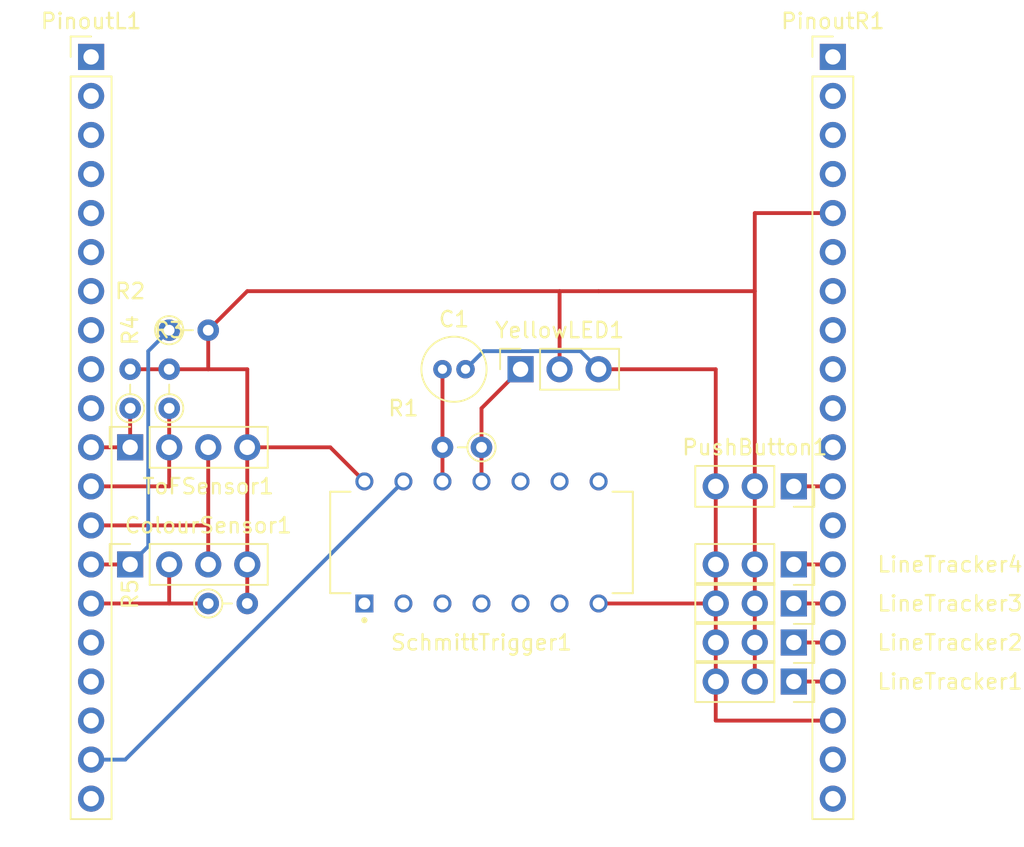
<source format=kicad_pcb>
(kicad_pcb (version 20241229) (generator "pcbnew") (generator_version "9.0")
  (layers (0 "F.Cu" signal) (2 "B.Cu" signal) (13 "F.Paste" user) (15 "B.Paste" user) (5 "F.SilkS" user "F.Silkscreen") (7 "B.SilkS" user "B.Silkscreen") (1 "F.Mask" user) (3 "B.Mask" user) (25 "Edge.Cuts" user))
  (net 0 "")
  (net 1 "GND")
  (net 2 "/3V3_EN")
  (net 3 "/GPIO9")
  (net 4 "/GPIO17")
  (net 5 "/GPIO13")
  (net 6 "/GPIO8")
  (net 7 "/GPIO0")
  (net 8 "/GPIO16")
  (net 9 "/GPIO1")
  (net 10 "/GPIO5")
  (net 11 "/GPIO27")
  (net 12 "/GPIO18")
  (net 14 "/GPIO2")
  (net 15 "/GPIO12")
  (net 16 "/GPIO19")
  (net 17 "/GPIO11")
  (net 18 "/GPIO15")
  (net 19 "/GPIO6")
  (net 20 "/RUN")
  (net 21 "/VBUS")
  (net 22 "/GPIO26")
  (net 23 "/ADC_VREF")
  (net 24 "/GPIO28")
  (net 25 "/GPIO22")
  (net 26 "/GPIO7")
  (net 27 "/GPIO10")
  (net 28 "/GPIO3")
  (net 29 "/3V3(OUT)")
  (net 30 "/GPIO14")
  (net 31 "/GPIO20")
  (net 32 "/GPIO21")
  (net 33 "/VSYS")
  (net 34 "/Input")
  (net 35 "/MOTOR DRIV2. DIR1")
  (net 36 "/Output")
  (footprint "Resistor_THT:R_Axial_DIN0204_L3.6mm_D1.6mm_P2.54mm_Vertical" (layer "F.Cu") (at 7.62 45.72)
    (property "Reference" "R4" (at -2.54 0 90) (layer "F.SilkS"))
    (property "Value" "4.7k")
    (fp_line (start 0.92 0) (end 1.54 0) (stroke (width 0.12)) (layer "F.SilkS"))
    (fp_circle (center 0 0) (end 0.92 0) (stroke (width 0.12)) (fill no) (layer "F.SilkS"))
    (pad "1" thru_hole circle (at 0 0) (size 1.4 1.4) (drill 0.7) (layers "*.Cu" "*.Mask") (net 27 "/GPIO10"))
    (pad "2" thru_hole oval (at 2.54 0) (size 1.4 1.4) (drill 0.7) (layers "*.Cu" "*.Mask") (net 29 "/3V3(OUT)"))
  )
  (footprint "Connector_PinSocket_2.54mm:PinSocket_1x03_P2.54mm_Vertical" (layer "F.Cu") (at 48.26 68.58 -90)
    (property "Reference" "LineTracker1" (at 0 -10.16 180) (layer "F.SilkS"))
    (property "Value" "Conn_01x03_Pin")
    (fp_line (start -1.33 6.41) (end 1.33 6.41) (stroke (width 0.12)) (layer "F.SilkS"))
    (fp_line (start -1.33 1.27) (end -1.33 6.41) (stroke (width 0.12)) (layer "F.SilkS"))
    (fp_line (start -1.33 1.27) (end 1.33 1.27) (stroke (width 0.12)) (layer "F.SilkS"))
    (fp_line (start 1.33 1.27) (end 1.33 6.41) (stroke (width 0.12)) (layer "F.SilkS"))
    (fp_line (start 0 -1.33) (end 1.33 -1.33) (stroke (width 0.12)) (layer "F.SilkS"))
    (fp_line (start 1.33 -1.33) (end 1.33 0) (stroke (width 0.12)) (layer "F.SilkS"))
    (pad "1" thru_hole rect (at 0 0 270) (size 1.7 1.7) (drill 1) (layers "*.Cu" "*.Mask") (net 12 "/GPIO18"))
    (pad "2" thru_hole oval (at 0 2.54 270) (size 1.7 1.7) (drill 1) (layers "*.Cu" "*.Mask") (net 29 "/3V3(OUT)"))
    (pad "3" thru_hole oval (at 0 5.08 270) (size 1.7 1.7) (drill 1) (layers "*.Cu" "*.Mask") (net 1 "GND"))
  )
  (footprint "Connector_PinSocket_2.54mm:PinSocket_1x03_P2.54mm_Vertical" (layer "F.Cu") (at 30.48 48.26 90)
    (property "Reference" "YellowLED1" (at 2.54 2.54 180) (layer "F.SilkS"))
    (property "Value" "Conn_01x03_Pin")
    (fp_line (start 1.33 -1.33) (end 1.33 0) (stroke (width 0.12)) (layer "F.SilkS"))
    (fp_line (start 0 -1.33) (end 1.33 -1.33) (stroke (width 0.12)) (layer "F.SilkS"))
    (fp_line (start 1.33 1.27) (end 1.33 6.41) (stroke (width 0.12)) (layer "F.SilkS"))
    (fp_line (start -1.33 1.27) (end 1.33 1.27) (stroke (width 0.12)) (layer "F.SilkS"))
    (fp_line (start -1.33 1.27) (end -1.33 6.41) (stroke (width 0.12)) (layer "F.SilkS"))
    (fp_line (start -1.33 6.41) (end 1.33 6.41) (stroke (width 0.12)) (layer "F.SilkS"))
    (pad "1" thru_hole rect (at 0 0 90) (size 1.7 1.7) (drill 1) (layers "*.Cu" "*.Mask") (net 36 "/Output"))
    (pad "2" thru_hole oval (at 0 2.54 90) (size 1.7 1.7) (drill 1) (layers "*.Cu" "*.Mask") (net 29 "/3V3(OUT)"))
    (pad "3" thru_hole oval (at 0 5.08 90) (size 1.7 1.7) (drill 1) (layers "*.Cu" "*.Mask") (net 1 "GND"))
  )
  (footprint "Connector_PinSocket_2.54mm:PinSocket_1x03_P2.54mm_Vertical" (layer "F.Cu") (at 48.26 55.88 -90)
    (property "Reference" "PushButton1" (at -2.54 2.54 180) (layer "F.SilkS"))
    (property "Value" "Conn_01x03_Pin")
    (fp_line (start -1.33 6.41) (end 1.33 6.41) (stroke (width 0.12)) (layer "F.SilkS"))
    (fp_line (start -1.33 1.27) (end -1.33 6.41) (stroke (width 0.12)) (layer "F.SilkS"))
    (fp_line (start -1.33 1.27) (end 1.33 1.27) (stroke (width 0.12)) (layer "F.SilkS"))
    (fp_line (start 1.33 1.27) (end 1.33 6.41) (stroke (width 0.12)) (layer "F.SilkS"))
    (fp_line (start 0 -1.33) (end 1.33 -1.33) (stroke (width 0.12)) (layer "F.SilkS"))
    (fp_line (start 1.33 -1.33) (end 1.33 0) (stroke (width 0.12)) (layer "F.SilkS"))
    (pad "1" thru_hole rect (at 0 0 270) (size 1.7 1.7) (drill 1) (layers "*.Cu" "*.Mask") (net 25 "/GPIO22"))
    (pad "2" thru_hole oval (at 0 2.54 270) (size 1.7 1.7) (drill 1) (layers "*.Cu" "*.Mask") (net 29 "/3V3(OUT)"))
    (pad "3" thru_hole oval (at 0 5.08 270) (size 1.7 1.7) (drill 1) (layers "*.Cu" "*.Mask") (net 1 "GND"))
  )
  (footprint "Connector_PinSocket_2.54mm:PinSocket_1x04_P2.54mm_Vertical" (layer "F.Cu") (at 5.08 60.96 90)
    (property "Reference" "ColourSensor1" (at 2.54 5.08 180) (layer "F.SilkS"))
    (property "Value" "Conn_01x04_Pin")
    (fp_line (start 1.33 -1.33) (end 1.33 0) (stroke (width 0.12)) (layer "F.SilkS"))
    (fp_line (start 0 -1.33) (end 1.33 -1.33) (stroke (width 0.12)) (layer "F.SilkS"))
    (fp_line (start 1.33 1.27) (end 1.33 8.95) (stroke (width 0.12)) (layer "F.SilkS"))
    (fp_line (start -1.33 1.27) (end 1.33 1.27) (stroke (width 0.12)) (layer "F.SilkS"))
    (fp_line (start -1.33 1.27) (end -1.33 8.95) (stroke (width 0.12)) (layer "F.SilkS"))
    (fp_line (start -1.33 8.95) (end 1.33 8.95) (stroke (width 0.12)) (layer "F.SilkS"))
    (pad "1" thru_hole rect (at 0 0 90) (size 1.7 1.7) (drill 1) (layers "*.Cu" "*.Mask") (net 27 "/GPIO10"))
    (pad "2" thru_hole oval (at 0 2.54 90) (size 1.7 1.7) (drill 1) (layers "*.Cu" "*.Mask") (net 17 "/GPIO11"))
    (pad "3" thru_hole oval (at 0 5.08 90) (size 1.7 1.7) (drill 1) (layers "*.Cu" "*.Mask") (net 1 "GND"))
    (pad "4" thru_hole oval (at 0 7.62 90) (size 1.7 1.7) (drill 1) (layers "*.Cu" "*.Mask") (net 29 "/3V3(OUT)"))
  )
  (footprint "Connector_PinHeader_2.54mm:PinHeader_1x20_P2.54mm_Vertical" (layer "F.Cu") (at 2.54 27.94)
    (property "Reference" "PinoutL1" (at 0 -2.33 0) (layer "F.SilkS"))
    (property "Value" "Conn_01x20")
    (fp_line (start -1.33 -1.33) (end 0 -1.33) (stroke (width 0.12)) (layer "F.SilkS"))
    (fp_line (start -1.33 0) (end -1.33 -1.33) (stroke (width 0.12)) (layer "F.SilkS"))
    (fp_line (start -1.33 1.27) (end -1.33 49.59) (stroke (width 0.12)) (layer "F.SilkS"))
    (fp_line (start -1.33 1.27) (end 1.33 1.27) (stroke (width 0.12)) (layer "F.SilkS"))
    (fp_line (start -1.33 49.59) (end 1.33 49.59) (stroke (width 0.12)) (layer "F.SilkS"))
    (fp_line (start 1.33 1.27) (end 1.33 49.59) (stroke (width 0.12)) (layer "F.SilkS"))
    (pad "1" thru_hole rect (at 0 0) (size 1.7 1.7) (drill 1) (layers "*.Cu" "*.Mask") (net 7 "/GPIO0"))
    (pad "2" thru_hole oval (at 0 2.54) (size 1.7 1.7) (drill 1) (layers "*.Cu" "*.Mask") (net 9 "/GPIO1"))
    (pad "3" thru_hole oval (at 0 5.08) (size 1.7 1.7) (drill 1) (layers "*.Cu" "*.Mask") (net 1 "GND"))
    (pad "4" thru_hole oval (at 0 7.62) (size 1.7 1.7) (drill 1) (layers "*.Cu" "*.Mask") (net 14 "/GPIO2"))
    (pad "5" thru_hole oval (at 0 10.16) (size 1.7 1.7) (drill 1) (layers "*.Cu" "*.Mask") (net 28 "/GPIO3"))
    (pad "6" thru_hole oval (at 0 12.7) (size 1.7 1.7) (drill 1) (layers "*.Cu" "*.Mask") (net 35 "/MOTOR DRIV2. DIR1"))
    (pad "7" thru_hole oval (at 0 15.24) (size 1.7 1.7) (drill 1) (layers "*.Cu" "*.Mask") (net 10 "/GPIO5"))
    (pad "8" thru_hole oval (at 0 17.78) (size 1.7 1.7) (drill 1) (layers "*.Cu" "*.Mask") (net 1 "GND"))
    (pad "9" thru_hole oval (at 0 20.32) (size 1.7 1.7) (drill 1) (layers "*.Cu" "*.Mask") (net 19 "/GPIO6"))
    (pad "10" thru_hole oval (at 0 22.86) (size 1.7 1.7) (drill 1) (layers "*.Cu" "*.Mask") (net 26 "/GPIO7"))
    (pad "11" thru_hole oval (at 0 25.4) (size 1.7 1.7) (drill 1) (layers "*.Cu" "*.Mask") (net 6 "/GPIO8"))
    (pad "12" thru_hole oval (at 0 27.94) (size 1.7 1.7) (drill 1) (layers "*.Cu" "*.Mask") (net 3 "/GPIO9"))
    (pad "13" thru_hole oval (at 0 30.48) (size 1.7 1.7) (drill 1) (layers "*.Cu" "*.Mask") (net 1 "GND"))
    (pad "14" thru_hole oval (at 0 33.02) (size 1.7 1.7) (drill 1) (layers "*.Cu" "*.Mask") (net 27 "/GPIO10"))
    (pad "15" thru_hole oval (at 0 35.56) (size 1.7 1.7) (drill 1) (layers "*.Cu" "*.Mask") (net 17 "/GPIO11"))
    (pad "16" thru_hole oval (at 0 38.1) (size 1.7 1.7) (drill 1) (layers "*.Cu" "*.Mask") (net 15 "/GPIO12"))
    (pad "17" thru_hole oval (at 0 40.64) (size 1.7 1.7) (drill 1) (layers "*.Cu" "*.Mask") (net 5 "/GPIO13"))
    (pad "18" thru_hole oval (at 0 43.18) (size 1.7 1.7) (drill 1) (layers "*.Cu" "*.Mask") (net 1 "GND"))
    (pad "19" thru_hole oval (at 0 45.72) (size 1.7 1.7) (drill 1) (layers "*.Cu" "*.Mask") (net 30 "/GPIO14"))
    (pad "20" thru_hole oval (at 0 48.26) (size 1.7 1.7) (drill 1) (layers "*.Cu" "*.Mask") (net 18 "/GPIO15"))
  )
  (footprint "Connector_PinSocket_2.54mm:PinSocket_1x03_P2.54mm_Vertical" (layer "F.Cu") (at 48.26 60.96 -90)
    (property "Reference" "LineTracker4" (at 0 -10.16 180) (layer "F.SilkS"))
    (property "Value" "Conn_01x03_Pin")
    (fp_line (start -1.33 6.41) (end 1.33 6.41) (stroke (width 0.12)) (layer "F.SilkS"))
    (fp_line (start -1.33 1.27) (end -1.33 6.41) (stroke (width 0.12)) (layer "F.SilkS"))
    (fp_line (start -1.33 1.27) (end 1.33 1.27) (stroke (width 0.12)) (layer "F.SilkS"))
    (fp_line (start 1.33 1.27) (end 1.33 6.41) (stroke (width 0.12)) (layer "F.SilkS"))
    (fp_line (start 0 -1.33) (end 1.33 -1.33) (stroke (width 0.12)) (layer "F.SilkS"))
    (fp_line (start 1.33 -1.33) (end 1.33 0) (stroke (width 0.12)) (layer "F.SilkS"))
    (pad "1" thru_hole rect (at 0 0 270) (size 1.7 1.7) (drill 1) (layers "*.Cu" "*.Mask") (net 32 "/GPIO21"))
    (pad "2" thru_hole oval (at 0 2.54 270) (size 1.7 1.7) (drill 1) (layers "*.Cu" "*.Mask") (net 29 "/3V3(OUT)"))
    (pad "3" thru_hole oval (at 0 5.08 270) (size 1.7 1.7) (drill 1) (layers "*.Cu" "*.Mask") (net 1 "GND"))
  )
  (footprint "Resistor_THT:R_Axial_DIN0204_L3.6mm_D1.6mm_P2.54mm_Vertical" (layer "F.Cu") (at 5.08 50.8 90)
    (property "Reference" "R2" (at 7.62 0 180) (layer "F.SilkS"))
    (property "Value" "4.7k")
    (fp_line (start 0.92 0) (end 1.54 0) (stroke (width 0.12)) (layer "F.SilkS"))
    (fp_circle (center 0 0) (end 0.92 0) (stroke (width 0.12)) (fill no) (layer "F.SilkS"))
    (pad "1" thru_hole circle (at 0 0 90) (size 1.4 1.4) (drill 0.7) (layers "*.Cu" "*.Mask") (net 6 "/GPIO8"))
    (pad "2" thru_hole oval (at 2.54 0 90) (size 1.4 1.4) (drill 0.7) (layers "*.Cu" "*.Mask") (net 29 "/3V3(OUT)"))
  )
  (footprint "Connector_PinSocket_2.54mm:PinSocket_1x04_P2.54mm_Vertical" (layer "F.Cu") (at 5.08 53.34 90)
    (property "Reference" "ToFSensor1" (at -2.54 5.08 180) (layer "F.SilkS"))
    (property "Value" "Conn_01x04_Pin")
    (fp_line (start 1.33 -1.33) (end 1.33 0) (stroke (width 0.12)) (layer "F.SilkS"))
    (fp_line (start 0 -1.33) (end 1.33 -1.33) (stroke (width 0.12)) (layer "F.SilkS"))
    (fp_line (start 1.33 1.27) (end 1.33 8.95) (stroke (width 0.12)) (layer "F.SilkS"))
    (fp_line (start -1.33 1.27) (end 1.33 1.27) (stroke (width 0.12)) (layer "F.SilkS"))
    (fp_line (start -1.33 1.27) (end -1.33 8.95) (stroke (width 0.12)) (layer "F.SilkS"))
    (fp_line (start -1.33 8.95) (end 1.33 8.95) (stroke (width 0.12)) (layer "F.SilkS"))
    (pad "1" thru_hole rect (at 0 0 90) (size 1.7 1.7) (drill 1) (layers "*.Cu" "*.Mask") (net 6 "/GPIO8"))
    (pad "2" thru_hole oval (at 0 2.54 90) (size 1.7 1.7) (drill 1) (layers "*.Cu" "*.Mask") (net 3 "/GPIO9"))
    (pad "3" thru_hole oval (at 0 5.08 90) (size 1.7 1.7) (drill 1) (layers "*.Cu" "*.Mask") (net 1 "GND"))
    (pad "4" thru_hole oval (at 0 7.62 90) (size 1.7 1.7) (drill 1) (layers "*.Cu" "*.Mask") (net 29 "/3V3(OUT)"))
  )
  (footprint "LibraryIDP:PinHeader_1x20_P2.54mm_Vertical_Flipped_21-40" (layer "F.Cu") (at 50.8 27.94)
    (property "Reference" "PinoutR1" (at 0 -2.33 0) (layer "F.SilkS"))
    (property "Value" "Conn_01x20")
    (fp_line (start -1.33 -1.33) (end 0 -1.33) (stroke (width 0.12)) (layer "F.SilkS"))
    (fp_line (start -1.33 0) (end -1.33 -1.33) (stroke (width 0.12)) (layer "F.SilkS"))
    (fp_line (start -1.33 1.27) (end -1.33 49.59) (stroke (width 0.12)) (layer "F.SilkS"))
    (fp_line (start -1.33 1.27) (end 1.33 1.27) (stroke (width 0.12)) (layer "F.SilkS"))
    (fp_line (start -1.33 49.59) (end 1.33 49.59) (stroke (width 0.12)) (layer "F.SilkS"))
    (fp_line (start 1.33 1.27) (end 1.33 49.59) (stroke (width 0.12)) (layer "F.SilkS"))
    (pad "21" thru_hole oval (at 0 48.26) (size 1.7 1.7) (drill 1) (layers "*.Cu" "*.Mask") (net 8 "/GPIO16"))
    (pad "22" thru_hole oval (at 0 45.72) (size 1.7 1.7) (drill 1) (layers "*.Cu" "*.Mask") (net 4 "/GPIO17"))
    (pad "23" thru_hole oval (at 0 43.18) (size 1.7 1.7) (drill 1) (layers "*.Cu" "*.Mask") (net 1 "GND"))
    (pad "24" thru_hole oval (at 0 40.64) (size 1.7 1.7) (drill 1) (layers "*.Cu" "*.Mask") (net 12 "/GPIO18"))
    (pad "25" thru_hole oval (at 0 38.1) (size 1.7 1.7) (drill 1) (layers "*.Cu" "*.Mask") (net 16 "/GPIO19"))
    (pad "26" thru_hole oval (at 0 35.56) (size 1.7 1.7) (drill 1) (layers "*.Cu" "*.Mask") (net 31 "/GPIO20"))
    (pad "27" thru_hole oval (at 0 33.02) (size 1.7 1.7) (drill 1) (layers "*.Cu" "*.Mask") (net 32 "/GPIO21"))
    (pad "28" thru_hole oval (at 0 30.48) (size 1.7 1.7) (drill 1) (layers "*.Cu" "*.Mask") (net 1 "GND"))
    (pad "29" thru_hole oval (at 0 27.94) (size 1.7 1.7) (drill 1) (layers "*.Cu" "*.Mask") (net 25 "/GPIO22"))
    (pad "30" thru_hole oval (at 0 25.4) (size 1.7 1.7) (drill 1) (layers "*.Cu" "*.Mask") (net 20 "/RUN"))
    (pad "31" thru_hole oval (at 0 22.86) (size 1.7 1.7) (drill 1) (layers "*.Cu" "*.Mask") (net 22 "/GPIO26"))
    (pad "32" thru_hole oval (at 0 20.32) (size 1.7 1.7) (drill 1) (layers "*.Cu" "*.Mask") (net 11 "/GPIO27"))
    (pad "33" thru_hole oval (at 0 17.78) (size 1.7 1.7) (drill 1) (layers "*.Cu" "*.Mask") (net 1 "GND"))
    (pad "34" thru_hole oval (at 0 15.24) (size 1.7 1.7) (drill 1) (layers "*.Cu" "*.Mask") (net 24 "/GPIO28"))
    (pad "35" thru_hole oval (at 0 12.7) (size 1.7 1.7) (drill 1) (layers "*.Cu" "*.Mask") (net 23 "/ADC_VREF"))
    (pad "36" thru_hole oval (at 0 10.16) (size 1.7 1.7) (drill 1) (layers "*.Cu" "*.Mask") (net 29 "/3V3(OUT)"))
    (pad "37" thru_hole oval (at 0 7.62) (size 1.7 1.7) (drill 1) (layers "*.Cu" "*.Mask") (net 2 "/3V3_EN"))
    (pad "38" thru_hole oval (at 0 5.08) (size 1.7 1.7) (drill 1) (layers "*.Cu" "*.Mask") (net 1 "GND"))
    (pad "39" thru_hole oval (at 0 2.54) (size 1.7 1.7) (drill 1) (layers "*.Cu" "*.Mask") (net 33 "/VSYS"))
    (pad "40" thru_hole rect (at 0 0) (size 1.7 1.7) (drill 1) (layers "*.Cu" "*.Mask") (net 21 "/VBUS"))
  )
  (footprint "Capacitor_THT:C_Radial_D4.0mm_H5.0mm_P1.50mm" (layer "F.Cu") (at 25.4 48.26)
    (property "Reference" "C1" (at 0.75 -3.25 0) (layer "F.SilkS"))
    (property "Value" "22u")
    (fp_circle (center 0.75 0) (end 2.87 0) (stroke (width 0.12)) (fill no) (layer "F.SilkS"))
    (pad "1" thru_hole circle (at 0 0) (size 1.2 1.2) (drill 0.6) (layers "*.Cu" "*.Mask") (net 34 "/Input"))
    (pad "2" thru_hole circle (at 1.5 0) (size 1.2 1.2) (drill 0.6) (layers "*.Cu" "*.Mask") (net 1 "GND"))
  )
  (footprint "Resistor_THT:R_Axial_DIN0204_L3.6mm_D1.6mm_P2.54mm_Vertical" (layer "F.Cu") (at 10.16 63.5)
    (property "Reference" "R5" (at -5.08 -0.61 90) (layer "F.SilkS"))
    (property "Value" "4.7k")
    (fp_line (start 0.92 0) (end 1.54 0) (stroke (width 0.12)) (layer "F.SilkS"))
    (fp_circle (center 0 0) (end 0.92 0) (stroke (width 0.12)) (fill no) (layer "F.SilkS"))
    (pad "1" thru_hole circle (at 0 0) (size 1.4 1.4) (drill 0.7) (layers "*.Cu" "*.Mask") (net 17 "/GPIO11"))
    (pad "2" thru_hole oval (at 2.54 0) (size 1.4 1.4) (drill 0.7) (layers "*.Cu" "*.Mask") (net 29 "/3V3(OUT)"))
  )
  (footprint "CD4093BE:CD4093BE" (layer "F.Cu") (at 27.94 59.53 90)
    (property "Reference" "SchmittTrigger1" (at -6.51 0 180) (layer "F.SilkS"))
    (property "Value" "CD4093BE")
    (fp_line (start 3.3 -9.845) (end 3.3 -8.525) (stroke (width 0.127)) (layer "F.SilkS"))
    (fp_line (start -3.3 -9.845) (end 3.3 -9.845) (stroke (width 0.127)) (layer "F.SilkS"))
    (fp_line (start -3.3 -8.525) (end -3.3 -9.845) (stroke (width 0.127)) (layer "F.SilkS"))
    (fp_line (start 3.3 8.525) (end 3.3 9.845) (stroke (width 0.127)) (layer "F.SilkS"))
    (fp_line (start 3.3 9.845) (end -3.3 9.845) (stroke (width 0.127)) (layer "F.SilkS"))
    (fp_line (start -3.3 9.845) (end -3.3 8.525) (stroke (width 0.127)) (layer "F.SilkS"))
    (fp_circle (center -5.055 -7.62) (end -4.955 -7.62) (stroke (width 0.2)) (fill no) (layer "F.SilkS"))
    (pad "1" thru_hole rect (at -3.97 -7.62 90) (size 1.17 1.17) (drill 0.77) (layers "*.Cu" "*.Mask"))
    (pad "2" thru_hole circle (at -3.97 -5.08 90) (size 1.17 1.17) (drill 0.77) (layers "*.Cu" "*.Mask"))
    (pad "3" thru_hole circle (at -3.97 -2.54 90) (size 1.17 1.17) (drill 0.77) (layers "*.Cu" "*.Mask"))
    (pad "4" thru_hole circle (at -3.97 0 90) (size 1.17 1.17) (drill 0.77) (layers "*.Cu" "*.Mask"))
    (pad "5" thru_hole circle (at -3.97 2.54 90) (size 1.17 1.17) (drill 0.77) (layers "*.Cu" "*.Mask"))
    (pad "6" thru_hole circle (at -3.97 5.08 90) (size 1.17 1.17) (drill 0.77) (layers "*.Cu" "*.Mask"))
    (pad "7" thru_hole circle (at -3.97 7.62 90) (size 1.17 1.17) (drill 0.77) (layers "*.Cu" "*.Mask") (net 1 "GND"))
    (pad "8" thru_hole circle (at 3.97 7.62 90) (size 1.17 1.17) (drill 0.77) (layers "*.Cu" "*.Mask"))
    (pad "9" thru_hole circle (at 3.97 5.08 90) (size 1.17 1.17) (drill 0.77) (layers "*.Cu" "*.Mask"))
    (pad "10" thru_hole circle (at 3.97 2.54 90) (size 1.17 1.17) (drill 0.77) (layers "*.Cu" "*.Mask"))
    (pad "11" thru_hole circle (at 3.97 0 90) (size 1.17 1.17) (drill 0.77) (layers "*.Cu" "*.Mask") (net 36 "/Output"))
    (pad "12" thru_hole circle (at 3.97 -2.54 90) (size 1.17 1.17) (drill 0.77) (layers "*.Cu" "*.Mask") (net 34 "/Input"))
    (pad "13" thru_hole circle (at 3.97 -5.08 90) (size 1.17 1.17) (drill 0.77) (layers "*.Cu" "*.Mask") (net 30 "/GPIO14"))
    (pad "14" thru_hole circle (at 3.97 -7.62 90) (size 1.17 1.17) (drill 0.77) (layers "*.Cu" "*.Mask") (net 29 "/3V3(OUT)"))
  )
  (footprint "Connector_PinSocket_2.54mm:PinSocket_1x03_P2.54mm_Vertical" (layer "F.Cu") (at 48.26 63.5 -90)
    (property "Reference" "LineTracker3" (at 0 -10.16 180) (layer "F.SilkS"))
    (property "Value" "Conn_01x03_Pin")
    (fp_line (start -1.33 6.41) (end 1.33 6.41) (stroke (width 0.12)) (layer "F.SilkS"))
    (fp_line (start -1.33 1.27) (end -1.33 6.41) (stroke (width 0.12)) (layer "F.SilkS"))
    (fp_line (start -1.33 1.27) (end 1.33 1.27) (stroke (width 0.12)) (layer "F.SilkS"))
    (fp_line (start 1.33 1.27) (end 1.33 6.41) (stroke (width 0.12)) (layer "F.SilkS"))
    (fp_line (start 0 -1.33) (end 1.33 -1.33) (stroke (width 0.12)) (layer "F.SilkS"))
    (fp_line (start 1.33 -1.33) (end 1.33 0) (stroke (width 0.12)) (layer "F.SilkS"))
    (pad "1" thru_hole rect (at 0 0 270) (size 1.7 1.7) (drill 1) (layers "*.Cu" "*.Mask") (net 31 "/GPIO20"))
    (pad "2" thru_hole oval (at 0 2.54 270) (size 1.7 1.7) (drill 1) (layers "*.Cu" "*.Mask") (net 29 "/3V3(OUT)"))
    (pad "3" thru_hole oval (at 0 5.08 270) (size 1.7 1.7) (drill 1) (layers "*.Cu" "*.Mask") (net 1 "GND"))
  )
  (footprint "Connector_PinSocket_2.54mm:PinSocket_1x03_P2.54mm_Vertical" (layer "F.Cu") (at 48.26 66.04 -90)
    (property "Reference" "LineTracker2" (at 0 -10.16 180) (layer "F.SilkS"))
    (property "Value" "Conn_01x03_Pin")
    (fp_line (start -1.33 6.41) (end 1.33 6.41) (stroke (width 0.12)) (layer "F.SilkS"))
    (fp_line (start -1.33 1.27) (end -1.33 6.41) (stroke (width 0.12)) (layer "F.SilkS"))
    (fp_line (start -1.33 1.27) (end 1.33 1.27) (stroke (width 0.12)) (layer "F.SilkS"))
    (fp_line (start 1.33 1.27) (end 1.33 6.41) (stroke (width 0.12)) (layer "F.SilkS"))
    (fp_line (start 0 -1.33) (end 1.33 -1.33) (stroke (width 0.12)) (layer "F.SilkS"))
    (fp_line (start 1.33 -1.33) (end 1.33 0) (stroke (width 0.12)) (layer "F.SilkS"))
    (pad "1" thru_hole rect (at 0 0 270) (size 1.7 1.7) (drill 1) (layers "*.Cu" "*.Mask") (net 16 "/GPIO19"))
    (pad "2" thru_hole oval (at 0 2.54 270) (size 1.7 1.7) (drill 1) (layers "*.Cu" "*.Mask") (net 29 "/3V3(OUT)"))
    (pad "3" thru_hole oval (at 0 5.08 270) (size 1.7 1.7) (drill 1) (layers "*.Cu" "*.Mask") (net 1 "GND"))
  )
  (footprint "Resistor_THT:R_Axial_DIN0204_L3.6mm_D1.6mm_P2.54mm_Vertical" (layer "F.Cu") (at 27.94 53.34 180)
    (property "Reference" "R1" (at 5.08 2.54 180) (layer "F.SilkS"))
    (property "Value" "68k")
    (fp_line (start 0.92 0) (end 1.54 0) (stroke (width 0.12)) (layer "F.SilkS"))
    (fp_circle (center 0 0) (end 0.92 0) (stroke (width 0.12)) (fill no) (layer "F.SilkS"))
    (pad "1" thru_hole circle (at 0 0 180) (size 1.4 1.4) (drill 0.7) (layers "*.Cu" "*.Mask") (net 36 "/Output"))
    (pad "2" thru_hole oval (at 2.54 0 180) (size 1.4 1.4) (drill 0.7) (layers "*.Cu" "*.Mask") (net 34 "/Input"))
  )
  (footprint "Resistor_THT:R_Axial_DIN0204_L3.6mm_D1.6mm_P2.54mm_Vertical" (layer "F.Cu") (at 7.62 50.8 90)
    (property "Reference" "R3" (at 5.08 0 180) (layer "F.SilkS"))
    (property "Value" "4.7k")
    (fp_line (start 0.92 0) (end 1.54 0) (stroke (width 0.12)) (layer "F.SilkS"))
    (fp_circle (center 0 0) (end 0.92 0) (stroke (width 0.12)) (fill no) (layer "F.SilkS"))
    (pad "1" thru_hole circle (at 0 0 90) (size 1.4 1.4) (drill 0.7) (layers "*.Cu" "*.Mask") (net 3 "/GPIO9"))
    (pad "2" thru_hole oval (at 2.54 0 90) (size 1.4 1.4) (drill 0.7) (layers "*.Cu" "*.Mask") (net 29 "/3V3(OUT)"))
  )
  (segment (start 35.56 48.26) (end 43.18 48.26) (width 0.25) (layer "F.Cu") (net 1))
  (segment (start 43.18 71.12) (end 50.8 71.12) (width 0.25) (layer "F.Cu") (net 1))
  (segment (start 10.16 58.42) (end 10.16 53.34) (width 0.25) (layer "F.Cu") (net 1))
  (segment (start 43.18 48.26) (end 43.18 71.12) (width 0.25) (layer "F.Cu") (net 1))
  (segment (start 10.16 58.42) (end 10.16 60.96) (width 0.25) (layer "F.Cu") (net 1))
  (segment (start 35.56 63.5) (end 43.18 63.5) (width 0.25) (layer "F.Cu") (net 1))
  (segment (start 2.54 58.42) (end 10.16 58.42) (width 0.25) (layer "F.Cu") (net 1))
  (segment (start 28.076 47.084) (end 26.9 48.26) (width 0.25) (layer "B.Cu") (net 1))
  (segment (start 34.384 47.084) (end 28.076 47.084) (width 0.25) (layer "B.Cu") (net 1))
  (segment (start 35.56 48.26) (end 34.384 47.084) (width 0.25) (layer "B.Cu") (net 1))
  (segment (start 2.54 55.88) (end 7.62 55.88) (width 0.25) (layer "F.Cu") (net 3))
  (segment (start 7.62 53.34) (end 7.62 50.8) (width 0.25) (layer "F.Cu") (net 3))
  (segment (start 7.62 55.88) (end 7.62 53.34) (width 0.25) (layer "F.Cu") (net 3))
  (segment (start 2.54 53.34) (end 5.08 53.34) (width 0.25) (layer "F.Cu") (net 6))
  (segment (start 5.08 53.34) (end 5.08 50.8) (width 0.25) (layer "F.Cu") (net 6))
  (segment (start 48.26 68.58) (end 50.8 68.58) (width 0.25) (layer "F.Cu") (net 12))
  (segment (start 48.26 66.04) (end 50.8 66.04) (width 0.25) (layer "F.Cu") (net 16))
  (segment (start 7.62 63.5) (end 7.62 60.96) (width 0.25) (layer "F.Cu") (net 17))
  (segment (start 2.54 63.5) (end 7.62 63.5) (width 0.25) (layer "F.Cu") (net 17))
  (segment (start 7.62 63.5) (end 10.16 63.5) (width 0.25) (layer "F.Cu") (net 17))
  (segment (start 48.26 55.88) (end 50.8 55.88) (width 0.25) (layer "F.Cu") (net 25))
  (segment (start 2.54 60.96) (end 5.08 60.96) (width 0.25) (layer "F.Cu") (net 27))
  (segment (start 5.08 60.96) (end 6.256 59.784) (width 0.25) (layer "B.Cu") (net 27))
  (segment (start 6.256 47.084) (end 7.62 45.72) (width 0.25) (layer "B.Cu") (net 27))
  (segment (start 6.256 59.784) (end 6.256 47.084) (width 0.25) (layer "B.Cu") (net 27))
  (segment (start 18.1 53.34) (end 12.7 53.34) (width 0.25) (layer "F.Cu") (net 29))
  (segment (start 10.16 45.72) (end 10.16 48.26) (width 0.25) (layer "F.Cu") (net 29))
  (segment (start 12.7 60.96) (end 12.7 53.34) (width 0.25) (layer "F.Cu") (net 29))
  (segment (start 33.02 43.18) (end 35.56 43.18) (width 0.25) (layer "F.Cu") (net 29))
  (segment (start 12.7 48.26) (end 10.16 48.26) (width 0.25) (layer "F.Cu") (net 29))
  (segment (start 10.16 48.26) (end 5.08 48.26) (width 0.25) (layer "F.Cu") (net 29))
  (segment (start 12.7 43.18) (end 10.16 45.72) (width 0.25) (layer "F.Cu") (net 29))
  (segment (start 33.02 48.26) (end 33.02 45.72) (width 0.25) (layer "F.Cu") (net 29))
  (segment (start 12.7 53.34) (end 12.7 48.26) (width 0.25) (layer "F.Cu") (net 29))
  (segment (start 45.72 38.1) (end 50.8 38.1) (width 0.25) (layer "F.Cu") (net 29))
  (segment (start 20.32 55.56) (end 18.1 53.34) (width 0.25) (layer "F.Cu") (net 29))
  (segment (start 12.7 63.5) (end 12.7 60.96) (width 0.25) (layer "F.Cu") (net 29))
  (segment (start 45.72 43.18) (end 45.72 68.58) (width 0.25) (layer "F.Cu") (net 29))
  (segment (start 45.72 43.18) (end 45.72 38.1) (width 0.25) (layer "F.Cu") (net 29))
  (segment (start 35.56 43.18) (end 45.72 43.18) (width 0.25) (layer "F.Cu") (net 29))
  (segment (start 33.02 43.18) (end 12.7 43.18) (width 0.25) (layer "F.Cu") (net 29))
  (segment (start 33.02 45.72) (end 33.02 43.18) (width 0.25) (layer "F.Cu") (net 29))
  (segment (start 2.54 73.66) (end 4.76 73.66) (width 0.25) (layer "B.Cu") (net 30))
  (segment (start 4.76 73.66) (end 22.86 55.56) (width 0.25) (layer "B.Cu") (net 30))
  (segment (start 50.8 63.5) (end 48.26 63.5) (width 0.25) (layer "F.Cu") (net 31))
  (segment (start 48.26 60.96) (end 50.8 60.96) (width 0.25) (layer "F.Cu") (net 32))
  (segment (start 25.4 55.56) (end 25.4 48.26) (width 0.25) (layer "F.Cu") (net 34))
  (segment (start 27.94 50.8) (end 30.48 48.26) (width 0.25) (layer "F.Cu") (net 36))
  (segment (start 27.94 53.34) (end 27.94 50.8) (width 0.25) (layer "F.Cu") (net 36))
  (segment (start 27.94 55.56) (end 27.94 53.34) (width 0.25) (layer "F.Cu") (net 36))
)
</source>
